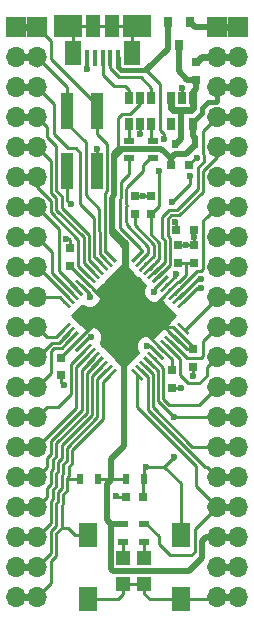
<source format=gtl>
G04 #@! TF.GenerationSoftware,KiCad,Pcbnew,no-vcs-found-91ed3e2~59~ubuntu16.04.1*
G04 #@! TF.CreationDate,2017-10-23T14:28:14-03:00*
G04 #@! TF.ProjectId,ciaa-z3r0,636961612D7A3372302E6B696361645F,rev?*
G04 #@! TF.SameCoordinates,Original*
G04 #@! TF.FileFunction,Copper,L1,Top,Signal*
G04 #@! TF.FilePolarity,Positive*
%FSLAX46Y46*%
G04 Gerber Fmt 4.6, Leading zero omitted, Abs format (unit mm)*
G04 Created by KiCad (PCBNEW no-vcs-found-91ed3e2~59~ubuntu16.04.1) date Mon Oct 23 14:28:14 2017*
%MOMM*%
%LPD*%
G01*
G04 APERTURE LIST*
%ADD10R,0.800000X0.750000*%
%ADD11R,0.750000X0.800000*%
%ADD12R,1.200000X1.200000*%
%ADD13R,0.800000X0.900000*%
%ADD14R,0.600000X0.800000*%
%ADD15O,1.700000X1.700000*%
%ADD16R,1.700000X1.700000*%
%ADD17R,0.450000X1.380000*%
%ADD18R,1.475000X2.100000*%
%ADD19R,2.375000X1.900000*%
%ADD20R,1.175000X1.900000*%
%ADD21R,1.000000X3.150000*%
%ADD22R,0.900000X0.500000*%
%ADD23R,0.500000X0.900000*%
%ADD24R,1.600000X2.000000*%
%ADD25C,0.250000*%
%ADD26C,0.150000*%
%ADD27R,0.650000X1.060000*%
%ADD28C,0.600000*%
%ADD29C,0.500000*%
%ADD30C,0.600000*%
%ADD31C,0.250000*%
%ADD32C,0.254000*%
%ADD33C,0.400000*%
G04 APERTURE END LIST*
D10*
X128528000Y-111555000D03*
X127028000Y-111555000D03*
D11*
X121588000Y-99805000D03*
X121588000Y-101305000D03*
X122318000Y-90525000D03*
X122318000Y-92025000D03*
X130928000Y-100885000D03*
X130928000Y-102385000D03*
X132748000Y-100585000D03*
X132748000Y-99085000D03*
X131468000Y-91785000D03*
X131468000Y-90285000D03*
X127788000Y-86145000D03*
X127788000Y-87645000D03*
X132778000Y-91775000D03*
X132778000Y-90275000D03*
D10*
X132808000Y-88975000D03*
X131308000Y-88975000D03*
X130848000Y-83465000D03*
X132348000Y-83465000D03*
D11*
X132988000Y-76295000D03*
X132988000Y-74795000D03*
X129188000Y-86145000D03*
X129188000Y-87645000D03*
D12*
X126803001Y-116732500D03*
X126803001Y-118932500D03*
D13*
X132468000Y-71345000D03*
X130568000Y-71345000D03*
X131518000Y-73345000D03*
D12*
X128573001Y-118932500D03*
X128573001Y-116732500D03*
D14*
X131208000Y-81715000D03*
X132908000Y-81715000D03*
D15*
X119538000Y-120085000D03*
X119538000Y-117545000D03*
X119538000Y-115005000D03*
X119538000Y-112465000D03*
X119538000Y-109925000D03*
X119538000Y-107385000D03*
X119538000Y-104845000D03*
X119538000Y-102305000D03*
X119538000Y-99765000D03*
X119538000Y-97225000D03*
X119538000Y-94685000D03*
X119538000Y-92145000D03*
X119538000Y-89605000D03*
X119538000Y-87065000D03*
X119538000Y-84525000D03*
X119538000Y-81985000D03*
X119538000Y-79445000D03*
X119538000Y-76905000D03*
X119538000Y-74365000D03*
D16*
X119538000Y-71825000D03*
X134740619Y-71782500D03*
D15*
X134740619Y-74322500D03*
X134740619Y-76862500D03*
X134740619Y-79402500D03*
X134740619Y-81942500D03*
X134740619Y-84482500D03*
X134740619Y-87022500D03*
X134740619Y-89562500D03*
X134740619Y-92102500D03*
X134740619Y-94642500D03*
X134740619Y-97182500D03*
X134740619Y-99722500D03*
X134740619Y-102262500D03*
X134740619Y-104802500D03*
X134740619Y-107342500D03*
X134740619Y-109882500D03*
X134740619Y-112422500D03*
X134740619Y-114962500D03*
X134740619Y-117502500D03*
X134740619Y-120042500D03*
D17*
X126368000Y-74385000D03*
X125718000Y-74385000D03*
X125068000Y-74385000D03*
X124418000Y-74385000D03*
X123768000Y-74385000D03*
D18*
X127530500Y-74025000D03*
X122605500Y-74025000D03*
D19*
X127978000Y-71725000D03*
X122158000Y-71725000D03*
D20*
X125908000Y-71725000D03*
X124228000Y-71725000D03*
D21*
X124628000Y-78940000D03*
X124628000Y-83990000D03*
X122088000Y-78940000D03*
X122088000Y-83990000D03*
D15*
X136538000Y-120035000D03*
X136538000Y-117495000D03*
X136538000Y-114955000D03*
X136538000Y-112415000D03*
X136538000Y-109875000D03*
X136538000Y-107335000D03*
X136538000Y-104795000D03*
X136538000Y-102255000D03*
X136538000Y-99715000D03*
X136538000Y-97175000D03*
X136538000Y-94635000D03*
X136538000Y-92095000D03*
X136538000Y-89555000D03*
X136538000Y-87015000D03*
X136538000Y-84475000D03*
X136538000Y-81935000D03*
X136538000Y-79395000D03*
X136538000Y-76855000D03*
X136538000Y-74315000D03*
D16*
X136538000Y-71775000D03*
X117748000Y-71825000D03*
D15*
X117748000Y-74365000D03*
X117748000Y-76905000D03*
X117748000Y-79445000D03*
X117748000Y-81985000D03*
X117748000Y-84525000D03*
X117748000Y-87065000D03*
X117748000Y-89605000D03*
X117748000Y-92145000D03*
X117748000Y-94685000D03*
X117748000Y-97225000D03*
X117748000Y-99765000D03*
X117748000Y-102305000D03*
X117748000Y-104845000D03*
X117748000Y-107385000D03*
X117748000Y-109925000D03*
X117748000Y-112465000D03*
X117748000Y-115005000D03*
X117748000Y-117545000D03*
X117748000Y-120085000D03*
D22*
X127288000Y-82925000D03*
X127288000Y-81425000D03*
X129318000Y-81415000D03*
X129318000Y-82915000D03*
X126808000Y-115385000D03*
X126808000Y-113885000D03*
D23*
X128548000Y-110035000D03*
X127048000Y-110035000D03*
X124688000Y-110105000D03*
X123188000Y-110105000D03*
D22*
X128588000Y-113875000D03*
X128588000Y-115375000D03*
D24*
X131698000Y-120255000D03*
X131698000Y-114855000D03*
X123818000Y-114805000D03*
X123818000Y-120205000D03*
D25*
X121837542Y-95083629D03*
D26*
G36*
X122385550Y-95454860D02*
X122208773Y-95631637D01*
X121289534Y-94712398D01*
X121466311Y-94535621D01*
X122385550Y-95454860D01*
X122385550Y-95454860D01*
G37*
D25*
X122191095Y-94730076D03*
D26*
G36*
X122739103Y-95101307D02*
X122562326Y-95278084D01*
X121643087Y-94358845D01*
X121819864Y-94182068D01*
X122739103Y-95101307D01*
X122739103Y-95101307D01*
G37*
D25*
X122544649Y-94376522D03*
D26*
G36*
X123092657Y-94747753D02*
X122915880Y-94924530D01*
X121996641Y-94005291D01*
X122173418Y-93828514D01*
X123092657Y-94747753D01*
X123092657Y-94747753D01*
G37*
D25*
X122898202Y-94022969D03*
D26*
G36*
X123446210Y-94394200D02*
X123269433Y-94570977D01*
X122350194Y-93651738D01*
X122526971Y-93474961D01*
X123446210Y-94394200D01*
X123446210Y-94394200D01*
G37*
D25*
X123251755Y-93669416D03*
D26*
G36*
X123799763Y-94040647D02*
X123622986Y-94217424D01*
X122703747Y-93298185D01*
X122880524Y-93121408D01*
X123799763Y-94040647D01*
X123799763Y-94040647D01*
G37*
D25*
X123605309Y-93315862D03*
D26*
G36*
X124153317Y-93687093D02*
X123976540Y-93863870D01*
X123057301Y-92944631D01*
X123234078Y-92767854D01*
X124153317Y-93687093D01*
X124153317Y-93687093D01*
G37*
D25*
X123958862Y-92962309D03*
D26*
G36*
X124506870Y-93333540D02*
X124330093Y-93510317D01*
X123410854Y-92591078D01*
X123587631Y-92414301D01*
X124506870Y-93333540D01*
X124506870Y-93333540D01*
G37*
D25*
X124312416Y-92608755D03*
D26*
G36*
X124860424Y-92979986D02*
X124683647Y-93156763D01*
X123764408Y-92237524D01*
X123941185Y-92060747D01*
X124860424Y-92979986D01*
X124860424Y-92979986D01*
G37*
D25*
X124665969Y-92255202D03*
D26*
G36*
X125213977Y-92626433D02*
X125037200Y-92803210D01*
X124117961Y-91883971D01*
X124294738Y-91707194D01*
X125213977Y-92626433D01*
X125213977Y-92626433D01*
G37*
D25*
X125019522Y-91901649D03*
D26*
G36*
X125567530Y-92272880D02*
X125390753Y-92449657D01*
X124471514Y-91530418D01*
X124648291Y-91353641D01*
X125567530Y-92272880D01*
X125567530Y-92272880D01*
G37*
D25*
X125373076Y-91548095D03*
D26*
G36*
X125921084Y-91919326D02*
X125744307Y-92096103D01*
X124825068Y-91176864D01*
X125001845Y-91000087D01*
X125921084Y-91919326D01*
X125921084Y-91919326D01*
G37*
D25*
X125726629Y-91194542D03*
D26*
G36*
X126274637Y-91565773D02*
X126097860Y-91742550D01*
X125178621Y-90823311D01*
X125355398Y-90646534D01*
X126274637Y-91565773D01*
X126274637Y-91565773D01*
G37*
D25*
X127989371Y-91194542D03*
D26*
G36*
X127618140Y-91742550D02*
X127441363Y-91565773D01*
X128360602Y-90646534D01*
X128537379Y-90823311D01*
X127618140Y-91742550D01*
X127618140Y-91742550D01*
G37*
D25*
X128342924Y-91548095D03*
D26*
G36*
X127971693Y-92096103D02*
X127794916Y-91919326D01*
X128714155Y-91000087D01*
X128890932Y-91176864D01*
X127971693Y-92096103D01*
X127971693Y-92096103D01*
G37*
D25*
X128696478Y-91901649D03*
D26*
G36*
X128325247Y-92449657D02*
X128148470Y-92272880D01*
X129067709Y-91353641D01*
X129244486Y-91530418D01*
X128325247Y-92449657D01*
X128325247Y-92449657D01*
G37*
D25*
X129050031Y-92255202D03*
D26*
G36*
X128678800Y-92803210D02*
X128502023Y-92626433D01*
X129421262Y-91707194D01*
X129598039Y-91883971D01*
X128678800Y-92803210D01*
X128678800Y-92803210D01*
G37*
D25*
X129403584Y-92608755D03*
D26*
G36*
X129032353Y-93156763D02*
X128855576Y-92979986D01*
X129774815Y-92060747D01*
X129951592Y-92237524D01*
X129032353Y-93156763D01*
X129032353Y-93156763D01*
G37*
D25*
X129757138Y-92962309D03*
D26*
G36*
X129385907Y-93510317D02*
X129209130Y-93333540D01*
X130128369Y-92414301D01*
X130305146Y-92591078D01*
X129385907Y-93510317D01*
X129385907Y-93510317D01*
G37*
D25*
X130110691Y-93315862D03*
D26*
G36*
X129739460Y-93863870D02*
X129562683Y-93687093D01*
X130481922Y-92767854D01*
X130658699Y-92944631D01*
X129739460Y-93863870D01*
X129739460Y-93863870D01*
G37*
D25*
X130464245Y-93669416D03*
D26*
G36*
X130093014Y-94217424D02*
X129916237Y-94040647D01*
X130835476Y-93121408D01*
X131012253Y-93298185D01*
X130093014Y-94217424D01*
X130093014Y-94217424D01*
G37*
D25*
X130817798Y-94022969D03*
D26*
G36*
X130446567Y-94570977D02*
X130269790Y-94394200D01*
X131189029Y-93474961D01*
X131365806Y-93651738D01*
X130446567Y-94570977D01*
X130446567Y-94570977D01*
G37*
D25*
X131171351Y-94376522D03*
D26*
G36*
X130800120Y-94924530D02*
X130623343Y-94747753D01*
X131542582Y-93828514D01*
X131719359Y-94005291D01*
X130800120Y-94924530D01*
X130800120Y-94924530D01*
G37*
D25*
X131524905Y-94730076D03*
D26*
G36*
X131153674Y-95278084D02*
X130976897Y-95101307D01*
X131896136Y-94182068D01*
X132072913Y-94358845D01*
X131153674Y-95278084D01*
X131153674Y-95278084D01*
G37*
D25*
X131878458Y-95083629D03*
D26*
G36*
X131507227Y-95631637D02*
X131330450Y-95454860D01*
X132249689Y-94535621D01*
X132426466Y-94712398D01*
X131507227Y-95631637D01*
X131507227Y-95631637D01*
G37*
D25*
X131878458Y-97346371D03*
D26*
G36*
X132426466Y-97717602D02*
X132249689Y-97894379D01*
X131330450Y-96975140D01*
X131507227Y-96798363D01*
X132426466Y-97717602D01*
X132426466Y-97717602D01*
G37*
D25*
X131524905Y-97699924D03*
D26*
G36*
X132072913Y-98071155D02*
X131896136Y-98247932D01*
X130976897Y-97328693D01*
X131153674Y-97151916D01*
X132072913Y-98071155D01*
X132072913Y-98071155D01*
G37*
D25*
X131171351Y-98053478D03*
D26*
G36*
X131719359Y-98424709D02*
X131542582Y-98601486D01*
X130623343Y-97682247D01*
X130800120Y-97505470D01*
X131719359Y-98424709D01*
X131719359Y-98424709D01*
G37*
D25*
X130817798Y-98407031D03*
D26*
G36*
X131365806Y-98778262D02*
X131189029Y-98955039D01*
X130269790Y-98035800D01*
X130446567Y-97859023D01*
X131365806Y-98778262D01*
X131365806Y-98778262D01*
G37*
D25*
X130464245Y-98760584D03*
D26*
G36*
X131012253Y-99131815D02*
X130835476Y-99308592D01*
X129916237Y-98389353D01*
X130093014Y-98212576D01*
X131012253Y-99131815D01*
X131012253Y-99131815D01*
G37*
D25*
X130110691Y-99114138D03*
D26*
G36*
X130658699Y-99485369D02*
X130481922Y-99662146D01*
X129562683Y-98742907D01*
X129739460Y-98566130D01*
X130658699Y-99485369D01*
X130658699Y-99485369D01*
G37*
D25*
X129757138Y-99467691D03*
D26*
G36*
X130305146Y-99838922D02*
X130128369Y-100015699D01*
X129209130Y-99096460D01*
X129385907Y-98919683D01*
X130305146Y-99838922D01*
X130305146Y-99838922D01*
G37*
D25*
X129403584Y-99821245D03*
D26*
G36*
X129951592Y-100192476D02*
X129774815Y-100369253D01*
X128855576Y-99450014D01*
X129032353Y-99273237D01*
X129951592Y-100192476D01*
X129951592Y-100192476D01*
G37*
D25*
X129050031Y-100174798D03*
D26*
G36*
X129598039Y-100546029D02*
X129421262Y-100722806D01*
X128502023Y-99803567D01*
X128678800Y-99626790D01*
X129598039Y-100546029D01*
X129598039Y-100546029D01*
G37*
D25*
X128696478Y-100528351D03*
D26*
G36*
X129244486Y-100899582D02*
X129067709Y-101076359D01*
X128148470Y-100157120D01*
X128325247Y-99980343D01*
X129244486Y-100899582D01*
X129244486Y-100899582D01*
G37*
D25*
X128342924Y-100881905D03*
D26*
G36*
X128890932Y-101253136D02*
X128714155Y-101429913D01*
X127794916Y-100510674D01*
X127971693Y-100333897D01*
X128890932Y-101253136D01*
X128890932Y-101253136D01*
G37*
D25*
X127989371Y-101235458D03*
D26*
G36*
X128537379Y-101606689D02*
X128360602Y-101783466D01*
X127441363Y-100864227D01*
X127618140Y-100687450D01*
X128537379Y-101606689D01*
X128537379Y-101606689D01*
G37*
D25*
X125726629Y-101235458D03*
D26*
G36*
X125355398Y-101783466D02*
X125178621Y-101606689D01*
X126097860Y-100687450D01*
X126274637Y-100864227D01*
X125355398Y-101783466D01*
X125355398Y-101783466D01*
G37*
D25*
X125373076Y-100881905D03*
D26*
G36*
X125001845Y-101429913D02*
X124825068Y-101253136D01*
X125744307Y-100333897D01*
X125921084Y-100510674D01*
X125001845Y-101429913D01*
X125001845Y-101429913D01*
G37*
D25*
X125019522Y-100528351D03*
D26*
G36*
X124648291Y-101076359D02*
X124471514Y-100899582D01*
X125390753Y-99980343D01*
X125567530Y-100157120D01*
X124648291Y-101076359D01*
X124648291Y-101076359D01*
G37*
D25*
X124665969Y-100174798D03*
D26*
G36*
X124294738Y-100722806D02*
X124117961Y-100546029D01*
X125037200Y-99626790D01*
X125213977Y-99803567D01*
X124294738Y-100722806D01*
X124294738Y-100722806D01*
G37*
D25*
X124312416Y-99821245D03*
D26*
G36*
X123941185Y-100369253D02*
X123764408Y-100192476D01*
X124683647Y-99273237D01*
X124860424Y-99450014D01*
X123941185Y-100369253D01*
X123941185Y-100369253D01*
G37*
D25*
X123958862Y-99467691D03*
D26*
G36*
X123587631Y-100015699D02*
X123410854Y-99838922D01*
X124330093Y-98919683D01*
X124506870Y-99096460D01*
X123587631Y-100015699D01*
X123587631Y-100015699D01*
G37*
D25*
X123605309Y-99114138D03*
D26*
G36*
X123234078Y-99662146D02*
X123057301Y-99485369D01*
X123976540Y-98566130D01*
X124153317Y-98742907D01*
X123234078Y-99662146D01*
X123234078Y-99662146D01*
G37*
D25*
X123251755Y-98760584D03*
D26*
G36*
X122880524Y-99308592D02*
X122703747Y-99131815D01*
X123622986Y-98212576D01*
X123799763Y-98389353D01*
X122880524Y-99308592D01*
X122880524Y-99308592D01*
G37*
D25*
X122898202Y-98407031D03*
D26*
G36*
X122526971Y-98955039D02*
X122350194Y-98778262D01*
X123269433Y-97859023D01*
X123446210Y-98035800D01*
X122526971Y-98955039D01*
X122526971Y-98955039D01*
G37*
D25*
X122544649Y-98053478D03*
D26*
G36*
X122173418Y-98601486D02*
X121996641Y-98424709D01*
X122915880Y-97505470D01*
X123092657Y-97682247D01*
X122173418Y-98601486D01*
X122173418Y-98601486D01*
G37*
D25*
X122191095Y-97699924D03*
D26*
G36*
X121819864Y-98247932D02*
X121643087Y-98071155D01*
X122562326Y-97151916D01*
X122739103Y-97328693D01*
X121819864Y-98247932D01*
X121819864Y-98247932D01*
G37*
D25*
X121837542Y-97346371D03*
D26*
G36*
X121466311Y-97894379D02*
X121289534Y-97717602D01*
X122208773Y-96798363D01*
X122385550Y-96975140D01*
X121466311Y-97894379D01*
X121466311Y-97894379D01*
G37*
D27*
X132748000Y-77825000D03*
X131798000Y-77825000D03*
X130848000Y-77825000D03*
X130848000Y-80025000D03*
X132748000Y-80025000D03*
X127288000Y-80005000D03*
X128238000Y-80005000D03*
X129188000Y-80005000D03*
X129188000Y-77805000D03*
X127288000Y-77805000D03*
X128238000Y-77805000D03*
D28*
X126168000Y-111545000D03*
X131788000Y-76945000D03*
X133038000Y-82875000D03*
X121998000Y-89785000D03*
X121762934Y-102085000D03*
X124628000Y-82155000D03*
X132118000Y-90275000D03*
X132808000Y-89555000D03*
X128478000Y-86145000D03*
X123758000Y-75395000D03*
X131273010Y-92751941D03*
X131205828Y-88345008D03*
X133364181Y-93924292D03*
X133398373Y-93125011D03*
X132490597Y-84395000D03*
X130928000Y-86644977D03*
X128778000Y-109035000D03*
X122361359Y-86821641D03*
X130268012Y-81275000D03*
X129868000Y-83975000D03*
X128258000Y-80895000D03*
X124126059Y-98063059D03*
X124126059Y-98063059D03*
X123978000Y-94665000D03*
X128818000Y-98795000D03*
X131668000Y-102345000D03*
X132728000Y-101330000D03*
X129436373Y-94204772D03*
X131088000Y-108235000D03*
X131089090Y-104802500D03*
D29*
X132988000Y-76295000D02*
X132248002Y-76295000D01*
X132248002Y-76295000D02*
X131518000Y-75564998D01*
X131518000Y-75564998D02*
X131518000Y-73345000D01*
X132748000Y-77275000D02*
X132988000Y-77035000D01*
X132988000Y-77035000D02*
X132988000Y-76775000D01*
X132748000Y-77825000D02*
X132748000Y-77275000D01*
X132988000Y-76295000D02*
X132988000Y-76775000D01*
D30*
X132523001Y-78855001D02*
X131718000Y-78855001D01*
X131718000Y-78855001D02*
X131072999Y-78855001D01*
D29*
X131248000Y-81715000D02*
X131718000Y-81245000D01*
X131718000Y-81245000D02*
X131718000Y-78855001D01*
X131208000Y-81715000D02*
X131248000Y-81715000D01*
D30*
X132748000Y-77825000D02*
X132748000Y-78630002D01*
X132748000Y-78630002D02*
X132523001Y-78855001D01*
X130859474Y-78641476D02*
X130859474Y-77836474D01*
X131072999Y-78855001D02*
X130859474Y-78641476D01*
X130859474Y-77836474D02*
X130848000Y-77825000D01*
D31*
X126178000Y-111555000D02*
X126168000Y-111545000D01*
X127028000Y-111555000D02*
X126178000Y-111555000D01*
D30*
X134740619Y-74322500D02*
X133460500Y-74322500D01*
X133460500Y-74322500D02*
X132988000Y-74795000D01*
D31*
X131798000Y-77825000D02*
X131798000Y-76955000D01*
X131798000Y-76955000D02*
X131788000Y-76945000D01*
X133003000Y-82840000D02*
X133038000Y-82875000D01*
X132373000Y-83465000D02*
X132998000Y-82840000D01*
X132998000Y-82840000D02*
X133003000Y-82840000D01*
X132348000Y-83465000D02*
X132373000Y-83465000D01*
X122318000Y-89875000D02*
X122228000Y-89785000D01*
X122318000Y-90525000D02*
X122318000Y-89875000D01*
X122228000Y-89785000D02*
X121998000Y-89785000D01*
X121588000Y-101305000D02*
X121588000Y-101910066D01*
X121588000Y-101910066D02*
X121762934Y-102085000D01*
X124608000Y-84110000D02*
X124608000Y-82175000D01*
X124608000Y-82175000D02*
X124628000Y-82155000D01*
D30*
X134740619Y-74322500D02*
X136530500Y-74322500D01*
X136530500Y-74322500D02*
X136538000Y-74315000D01*
D31*
X132118000Y-90275000D02*
X131478000Y-90275000D01*
X132778000Y-90275000D02*
X132118000Y-90275000D01*
X132808000Y-89555000D02*
X132808000Y-90245000D01*
X132808000Y-88975000D02*
X132808000Y-89555000D01*
X128478000Y-86145000D02*
X129188000Y-86145000D01*
X127788000Y-86145000D02*
X128478000Y-86145000D01*
X131478000Y-90275000D02*
X131468000Y-90285000D01*
X132808000Y-90245000D02*
X132778000Y-90275000D01*
X123768000Y-74385000D02*
X123768000Y-75385000D01*
X123768000Y-75385000D02*
X123758000Y-75395000D01*
D29*
X125417998Y-113539998D02*
X125753000Y-113875000D01*
X125417998Y-110460002D02*
X125417998Y-113539998D01*
X125753000Y-110125000D02*
X125417998Y-110460002D01*
D31*
X127048000Y-110035000D02*
X125843000Y-110035000D01*
X125843000Y-110035000D02*
X125753000Y-110125000D01*
D29*
X125753000Y-108390000D02*
X125753000Y-110125000D01*
D31*
X124688000Y-110105000D02*
X125733000Y-110105000D01*
X125733000Y-110105000D02*
X125753000Y-110125000D01*
D29*
X132908000Y-81145000D02*
X132838000Y-81145000D01*
X132838000Y-81145000D02*
X132748000Y-81055000D01*
X132748000Y-81055000D02*
X132748000Y-80025000D01*
X132908000Y-81715000D02*
X132908000Y-81145000D01*
X132128000Y-82595000D02*
X131187998Y-82595000D01*
X131187998Y-82595000D02*
X130848000Y-82934998D01*
X132908000Y-81715000D02*
X132908000Y-81815000D01*
X132908000Y-81815000D02*
X132128000Y-82595000D01*
X126348011Y-82204989D02*
X126427999Y-82125001D01*
X126427999Y-82125001D02*
X130038003Y-82125001D01*
X130038003Y-82125001D02*
X130848000Y-82934998D01*
X130848000Y-82934998D02*
X130848000Y-83465000D01*
D30*
X134740619Y-114962500D02*
X136530500Y-114962500D01*
X136530500Y-114962500D02*
X136538000Y-114955000D01*
D29*
X132398000Y-117855000D02*
X133468000Y-116785000D01*
X133468000Y-116785000D02*
X133468000Y-115315000D01*
X125753000Y-113875000D02*
X125753000Y-117692501D01*
X125753000Y-117692501D02*
X125915499Y-117855000D01*
X133468000Y-115315000D02*
X133820500Y-114962500D01*
X125915499Y-117855000D02*
X132398000Y-117855000D01*
X133820500Y-114962500D02*
X134740619Y-114962500D01*
X126868000Y-107215000D02*
X126868000Y-107275000D01*
X126868000Y-107275000D02*
X125753000Y-108390000D01*
X126868000Y-96605000D02*
X126868000Y-107215000D01*
X125763000Y-113885000D02*
X125753000Y-113875000D01*
X126808000Y-113885000D02*
X125763000Y-113885000D01*
D31*
X122898202Y-98407031D02*
X121588000Y-99717233D01*
X121588000Y-99717233D02*
X121588000Y-99805000D01*
D29*
X125850989Y-89277989D02*
X126991353Y-90418353D01*
X125850989Y-86240201D02*
X125850989Y-89277989D01*
X126348011Y-82204989D02*
X126028012Y-82524988D01*
D32*
X125973989Y-82950409D02*
X126736399Y-82187999D01*
D29*
X126991353Y-96001647D02*
X126868000Y-96125000D01*
D32*
X127114353Y-93711353D02*
X127114353Y-90043421D01*
X129575767Y-95265000D02*
X128668000Y-95265000D01*
D29*
X126991353Y-90418353D02*
X126991353Y-96001647D01*
D32*
X130817798Y-94022969D02*
X129575767Y-95265000D01*
X125973989Y-88903057D02*
X125973989Y-82950409D01*
D29*
X126028012Y-82524988D02*
X126028012Y-86063178D01*
D32*
X128668000Y-95265000D02*
X127114353Y-93711353D01*
D29*
X126028012Y-86063178D02*
X125850989Y-86240201D01*
D32*
X127114353Y-90043421D02*
X125973989Y-88903057D01*
D31*
X128238000Y-77805000D02*
X128238000Y-78295002D01*
X128238000Y-78295002D02*
X127383003Y-79149999D01*
X127383003Y-79149999D02*
X126702999Y-79149999D01*
X126702999Y-79149999D02*
X126348011Y-79504987D01*
X126348011Y-79504987D02*
X126348011Y-82204989D01*
D30*
X134740619Y-76862500D02*
X136530500Y-76862500D01*
X136530500Y-76862500D02*
X136538000Y-76855000D01*
D33*
X132748000Y-79820000D02*
X133473000Y-79095000D01*
X133473000Y-79095000D02*
X133473000Y-78680000D01*
X133473000Y-78680000D02*
X134000501Y-78152499D01*
X134000501Y-78152499D02*
X134652701Y-78152499D01*
X134652701Y-78152499D02*
X134740619Y-78064581D01*
X134740619Y-78064581D02*
X134740619Y-76862500D01*
D32*
X132778000Y-91775000D02*
X132128000Y-91775000D01*
X132128000Y-91775000D02*
X131918000Y-91775000D01*
D31*
X130817798Y-94022969D02*
X131444584Y-93396183D01*
X131444584Y-93396183D02*
X131553773Y-93396183D01*
X131553773Y-93396183D02*
X132128000Y-92821956D01*
X132128000Y-92821956D02*
X132128000Y-91775000D01*
D32*
X131918000Y-91775000D02*
X131908000Y-91785000D01*
X131908000Y-91785000D02*
X131468000Y-91785000D01*
D33*
X126868000Y-95835000D02*
X126868000Y-96125000D01*
X126868000Y-96125000D02*
X126868000Y-96605000D01*
X126868000Y-95065000D02*
X126868000Y-95475000D01*
X126868000Y-95475000D02*
X126868000Y-95835000D01*
D31*
X130464245Y-93669416D02*
X131273010Y-92860651D01*
X131273010Y-92860651D02*
X131273010Y-92751941D01*
X131308000Y-88350000D02*
X131303008Y-88345008D01*
X131308000Y-88975000D02*
X131308000Y-88350000D01*
X131303008Y-88345008D02*
X131205828Y-88345008D01*
X134740619Y-94760987D02*
X134740619Y-94642500D01*
X131878458Y-97346371D02*
X132155235Y-97346371D01*
X132155235Y-97346371D02*
X134740619Y-94760987D01*
X131878458Y-95083629D02*
X133037795Y-93924292D01*
X133037795Y-93924292D02*
X133342681Y-93924292D01*
X133342681Y-93924292D02*
X133364181Y-93924292D01*
X131524905Y-94730076D02*
X133129970Y-93125011D01*
X133129970Y-93125011D02*
X133398373Y-93125011D01*
X133565618Y-88998499D02*
X133578000Y-88986117D01*
X133578000Y-88185119D02*
X133890620Y-87872499D01*
X133578000Y-88986117D02*
X133578000Y-88185119D01*
X133565618Y-92305996D02*
X133565618Y-88998499D01*
X133371613Y-92500001D02*
X133565618Y-92305996D01*
X133092655Y-92500001D02*
X133371613Y-92500001D01*
X131171351Y-94376522D02*
X131701680Y-93846193D01*
X131701680Y-93846193D02*
X131746463Y-93846193D01*
X133890620Y-87872499D02*
X134740619Y-87022500D01*
X131746463Y-93846193D02*
X133092655Y-92500001D01*
X132490597Y-84819264D02*
X132490597Y-84395000D01*
X130928000Y-86644977D02*
X132490597Y-85082380D01*
X132490597Y-85082380D02*
X132490597Y-84819264D01*
X131576920Y-87719998D02*
X133565618Y-85731300D01*
X130572999Y-89481516D02*
X130572999Y-88044999D01*
X130767999Y-89676516D02*
X130572999Y-89481516D01*
X133565618Y-85731300D02*
X133565618Y-83988797D01*
X130897998Y-87719998D02*
X131576920Y-87719998D01*
X130572999Y-88044999D02*
X130897998Y-87719998D01*
X133565618Y-83988797D02*
X134740619Y-82813796D01*
X130767999Y-91951448D02*
X130767999Y-89676516D01*
X134740619Y-82813796D02*
X134740619Y-81942500D01*
X129757138Y-92962309D02*
X130767999Y-91951448D01*
X133890620Y-80252499D02*
X134740619Y-79402500D01*
X133565618Y-80577501D02*
X133890620Y-80252499D01*
X133565618Y-82517614D02*
X133565618Y-80577501D01*
X133663002Y-82614998D02*
X133565618Y-82517614D01*
X133663002Y-83184705D02*
X133663002Y-82614998D01*
X133115607Y-83732099D02*
X133663002Y-83184705D01*
X131390520Y-87269987D02*
X133115607Y-85544900D01*
X129403584Y-92608755D02*
X130317986Y-91694353D01*
X130711598Y-87269987D02*
X131390520Y-87269987D01*
X130122988Y-87858597D02*
X130711598Y-87269987D01*
X130317986Y-89862923D02*
X130122988Y-89667925D01*
X133115607Y-85544900D02*
X133115607Y-83732099D01*
X130317986Y-91694353D02*
X130317986Y-89862923D01*
X130122988Y-89667925D02*
X130122988Y-87858597D01*
X124628000Y-78940000D02*
X124628000Y-78420002D01*
X124628000Y-78420002D02*
X120713001Y-74505003D01*
X120713001Y-74505003D02*
X120713001Y-73000001D01*
X120713001Y-73000001D02*
X119538000Y-71825000D01*
X125453002Y-81700002D02*
X124628000Y-80875000D01*
X124628000Y-80875000D02*
X124628000Y-78940000D01*
X125268055Y-88932999D02*
X125270001Y-88932999D01*
X125270001Y-88932999D02*
X125275979Y-88927021D01*
X125275979Y-88927021D02*
X125275979Y-85890001D01*
X125275979Y-85890001D02*
X125453002Y-85712978D01*
X125453002Y-85712978D02*
X125453002Y-81700002D01*
X125726629Y-91194542D02*
X125707542Y-91194542D01*
X125707542Y-91194542D02*
X125268055Y-90755055D01*
X125268055Y-90755055D02*
X125268055Y-88932999D01*
X125268055Y-88932999D02*
X125257999Y-88922943D01*
X119538000Y-72445000D02*
X119538000Y-71825000D01*
X122088000Y-78940000D02*
X122088000Y-76915000D01*
X122088000Y-76915000D02*
X119538000Y-74365000D01*
X124818045Y-89119399D02*
X124807987Y-89109341D01*
X124807987Y-89109341D02*
X124807987Y-87184987D01*
X124807987Y-87184987D02*
X123637999Y-86014999D01*
X123637999Y-86014999D02*
X123637999Y-81564999D01*
X123637999Y-81564999D02*
X122088000Y-80015000D01*
X122088000Y-80015000D02*
X122088000Y-78940000D01*
X119538000Y-75075000D02*
X119538000Y-74365000D01*
X119538000Y-76905000D02*
X120948000Y-78315000D01*
X120948000Y-78315000D02*
X120948000Y-80875000D01*
X123187989Y-86819267D02*
X124357977Y-87989255D01*
X120948000Y-80875000D02*
X122161599Y-82088599D01*
X122161599Y-82088599D02*
X122821599Y-82088599D01*
X124357977Y-89295742D02*
X124368034Y-89305799D01*
X122821599Y-82088599D02*
X123187989Y-82454989D01*
X124368034Y-89305799D02*
X124368034Y-91250161D01*
X123187989Y-82454989D02*
X123187989Y-86819267D01*
X124357977Y-87989255D02*
X124357977Y-89295742D01*
X124368034Y-91250161D02*
X124489193Y-91371320D01*
X124489193Y-91371320D02*
X125019522Y-91901649D01*
X123918023Y-89398613D02*
X121613023Y-87093613D01*
X120387999Y-81095997D02*
X120387999Y-80294999D01*
X120387999Y-80294999D02*
X119538000Y-79445000D01*
X121613023Y-87093613D02*
X121613023Y-86128199D01*
X121163012Y-81871010D02*
X120387999Y-81095997D01*
X124665969Y-92255202D02*
X123918023Y-91507256D01*
X121163012Y-85678188D02*
X121163012Y-81871010D01*
X123918023Y-91507256D02*
X123918023Y-89398613D01*
X121613023Y-86128199D02*
X121163012Y-85678188D01*
X120387999Y-82834999D02*
X119538000Y-81985000D01*
X120713001Y-83160001D02*
X120387999Y-82834999D01*
X120713001Y-85864588D02*
X120713001Y-83160001D01*
X121163012Y-87280012D02*
X121163012Y-86314599D01*
X124312416Y-92608755D02*
X123468012Y-91764351D01*
X123468012Y-91764351D02*
X123468012Y-89585012D01*
X121163012Y-86314599D02*
X120713001Y-85864588D01*
X123468012Y-89585012D02*
X121163012Y-87280012D01*
X120713001Y-86501000D02*
X119538000Y-85325998D01*
X120713001Y-87504997D02*
X120713001Y-86501000D01*
X123018001Y-92021448D02*
X123018001Y-89809997D01*
X119538000Y-85325998D02*
X119538000Y-84525000D01*
X123958862Y-92962309D02*
X123018001Y-92021448D01*
X123018001Y-89809997D02*
X120713001Y-87504997D01*
X121362998Y-88889998D02*
X120387999Y-87914999D01*
X120387999Y-87914999D02*
X119538000Y-87065000D01*
X122898202Y-94022969D02*
X121362998Y-92487765D01*
X121362998Y-92487765D02*
X121362998Y-88889998D01*
X122544649Y-94376522D02*
X120778000Y-92609873D01*
X120778000Y-92609873D02*
X120778000Y-90845000D01*
X120778000Y-90845000D02*
X120387999Y-90454999D01*
X120387999Y-90454999D02*
X119538000Y-89605000D01*
X123818000Y-114805000D02*
X122768000Y-114805000D01*
X122768000Y-114805000D02*
X122165801Y-114202801D01*
X122165801Y-114202801D02*
X121613019Y-114202801D01*
X122063029Y-109945611D02*
X122063029Y-110175000D01*
X123188000Y-110105000D02*
X122133029Y-110105000D01*
X122063029Y-110175000D02*
X122063029Y-111048203D01*
X122133029Y-110105000D02*
X122063029Y-110175000D01*
X133890620Y-113272499D02*
X134740619Y-112422500D01*
X132578000Y-116545000D02*
X132892989Y-116230011D01*
X130778000Y-116545000D02*
X132578000Y-116545000D01*
X129808000Y-115575000D02*
X130778000Y-116545000D01*
X129808000Y-114895000D02*
X129808000Y-115575000D01*
X132892989Y-114270130D02*
X133890620Y-113272499D01*
X128788000Y-113875000D02*
X129808000Y-114895000D01*
X128588000Y-113875000D02*
X128788000Y-113875000D01*
X132892989Y-116230011D02*
X132892989Y-114270130D01*
X127530500Y-74025000D02*
X127530500Y-72172500D01*
X127530500Y-72172500D02*
X127978000Y-71725000D01*
X125908000Y-71725000D02*
X127978000Y-71725000D01*
X124228000Y-71725000D02*
X125908000Y-71725000D01*
X122158000Y-71725000D02*
X124228000Y-71725000D01*
X122605500Y-74025000D02*
X122605500Y-72172500D01*
X122605500Y-72172500D02*
X122158000Y-71725000D01*
D32*
X127288000Y-84224999D02*
X127288000Y-83429000D01*
X126605023Y-86302183D02*
X126605023Y-84907976D01*
X126508000Y-88795000D02*
X126508000Y-86399206D01*
X127288000Y-83429000D02*
X127288000Y-82925000D01*
X126605023Y-84907976D02*
X127288000Y-84224999D01*
X126508000Y-86399206D02*
X126605023Y-86302183D01*
X128118000Y-90405000D02*
X126508000Y-88795000D01*
D31*
X127989371Y-91194542D02*
X127989371Y-91183629D01*
X127989371Y-91183629D02*
X128443000Y-90730000D01*
X128443000Y-90730000D02*
X128118000Y-90405000D01*
D32*
X128342924Y-91548095D02*
X128948000Y-90943019D01*
X128948000Y-90943019D02*
X128948000Y-90405000D01*
X127138000Y-86858602D02*
X127085999Y-86806601D01*
X127138000Y-85431398D02*
X127138000Y-85385000D01*
X128531990Y-83991010D02*
X128531990Y-83501010D01*
X128948000Y-90405000D02*
X127138000Y-88595000D01*
X127138000Y-88595000D02*
X127138000Y-88358602D01*
X127138000Y-86931398D02*
X127138000Y-86858602D01*
X127138000Y-88358602D02*
X127085999Y-88306601D01*
X127085999Y-88306601D02*
X127085999Y-86983399D01*
X127085999Y-86983399D02*
X127138000Y-86931398D01*
X127085999Y-86806601D02*
X127085999Y-85483399D01*
X129118000Y-82915000D02*
X129318000Y-82915000D01*
X127085999Y-85483399D02*
X127138000Y-85431398D01*
X127138000Y-85385000D02*
X128531990Y-83991010D01*
X128531990Y-83501010D02*
X129118000Y-82915000D01*
D31*
X128528000Y-111555000D02*
X128528000Y-110055000D01*
X128528000Y-110055000D02*
X128548000Y-110035000D01*
X131698000Y-114855000D02*
X131698000Y-110445000D01*
X131698000Y-110445000D02*
X130288000Y-109035000D01*
X128778000Y-109035000D02*
X130288000Y-109035000D01*
X130288000Y-109035000D02*
X131088000Y-108235000D01*
X128548000Y-110035000D02*
X128548000Y-109265000D01*
X128548000Y-109265000D02*
X128778000Y-109035000D01*
X122088000Y-86548282D02*
X122361359Y-86821641D01*
X122088000Y-83990000D02*
X122088000Y-86548282D01*
X127288000Y-77805000D02*
X127288000Y-77115000D01*
X127288000Y-77115000D02*
X126988000Y-76815000D01*
X126988000Y-76815000D02*
X126058000Y-76815000D01*
X126058000Y-76815000D02*
X125068000Y-75825000D01*
X125068000Y-75825000D02*
X125068000Y-75325000D01*
X125068000Y-75325000D02*
X125068000Y-74385000D01*
X125718000Y-74385000D02*
X125718000Y-75315000D01*
X125718000Y-75315000D02*
X126468000Y-76065000D01*
X126468000Y-76065000D02*
X128298000Y-76065000D01*
X128298000Y-76065000D02*
X129188000Y-76955000D01*
X129188000Y-76955000D02*
X129188000Y-77805000D01*
D29*
X128777999Y-75475001D02*
X130568000Y-73685000D01*
X130568000Y-73685000D02*
X130568000Y-71345000D01*
D31*
X129580360Y-91724873D02*
X129050031Y-92255202D01*
X129867977Y-91437256D02*
X129580360Y-91724873D01*
X129188000Y-89369350D02*
X129867977Y-90049328D01*
X129188000Y-87645000D02*
X129188000Y-89369350D01*
X129867977Y-90049328D02*
X129867977Y-91437256D01*
X130268012Y-80850736D02*
X130268012Y-81275000D01*
X129922994Y-80505718D02*
X130268012Y-80850736D01*
X129922994Y-76619996D02*
X129922994Y-80505718D01*
X128777999Y-75475001D02*
X129922994Y-76619996D01*
X129188000Y-87645000D02*
X129188000Y-87620000D01*
X129188000Y-87620000D02*
X129888001Y-86919999D01*
X129888001Y-86919999D02*
X129888001Y-84419265D01*
X129888001Y-84419265D02*
X129868000Y-84399264D01*
X129868000Y-84399264D02*
X129868000Y-83975000D01*
D33*
X126620477Y-75475001D02*
X128777999Y-75475001D01*
X126368000Y-75222524D02*
X126620477Y-75475001D01*
X126368000Y-74385000D02*
X126368000Y-75222524D01*
D29*
X134740619Y-71782500D02*
X132905500Y-71782500D01*
X132905500Y-71782500D02*
X132468000Y-71345000D01*
D30*
X134740619Y-71782500D02*
X136530500Y-71782500D01*
X136530500Y-71782500D02*
X136538000Y-71775000D01*
X134748119Y-71775000D02*
X134740619Y-71782500D01*
D29*
X134740619Y-72109883D02*
X134740619Y-71782500D01*
D33*
X132748000Y-77825000D02*
X132748000Y-77620000D01*
D31*
X126803001Y-118932500D02*
X128573001Y-118932500D01*
X131698000Y-120255000D02*
X134528119Y-120255000D01*
X134528119Y-120255000D02*
X134740619Y-120042500D01*
X128573001Y-118932500D02*
X128573001Y-119782500D01*
X128573001Y-119782500D02*
X129045501Y-120255000D01*
X129045501Y-120255000D02*
X130648000Y-120255000D01*
X130648000Y-120255000D02*
X131698000Y-120255000D01*
X123818000Y-120205000D02*
X126380501Y-120205000D01*
X126380501Y-120205000D02*
X126803001Y-119782500D01*
X126803001Y-119782500D02*
X126803001Y-118932500D01*
D30*
X134740619Y-120042500D02*
X136530500Y-120042500D01*
X136530500Y-120042500D02*
X136538000Y-120035000D01*
X136538000Y-117495000D02*
X134748119Y-117495000D01*
X134748119Y-117495000D02*
X134740619Y-117502500D01*
X134748119Y-74315000D02*
X134740619Y-74322500D01*
D31*
X128238000Y-80005000D02*
X128238000Y-80875000D01*
X128238000Y-80875000D02*
X128258000Y-80895000D01*
D30*
X132748000Y-79820000D02*
X132748000Y-80025000D01*
D31*
X129050031Y-92255202D02*
X129057798Y-92255202D01*
X129050031Y-92255202D02*
X129215942Y-92089291D01*
X124818045Y-89119399D02*
X124807989Y-89109343D01*
X125373076Y-91548095D02*
X124818045Y-90993064D01*
X124818045Y-90993064D02*
X124818045Y-89119399D01*
X120387999Y-106535001D02*
X119538000Y-107385000D01*
X122837945Y-100588608D02*
X122837945Y-104085055D01*
X122837945Y-104085055D02*
X120387999Y-106535001D01*
X123958862Y-99467691D02*
X122837945Y-100588608D01*
X124312416Y-99821245D02*
X123287956Y-100845705D01*
X120713001Y-107949001D02*
X120387999Y-108274003D01*
X123287956Y-100845705D02*
X123287954Y-104271456D01*
X123287954Y-104271456D02*
X120713001Y-106846409D01*
X120713001Y-106846409D02*
X120713001Y-107949001D01*
X120387999Y-108274003D02*
X120387999Y-109075001D01*
X120387999Y-109075001D02*
X119538000Y-109925000D01*
X124665969Y-100174798D02*
X123738000Y-101102767D01*
X120838008Y-109261402D02*
X120713001Y-109386409D01*
X120387999Y-110814003D02*
X120387999Y-111615001D01*
X123738000Y-101102767D02*
X123738000Y-104435000D01*
X123738000Y-104435000D02*
X123737964Y-104435036D01*
X123737964Y-104435036D02*
X123737963Y-104457857D01*
X123737963Y-104457857D02*
X121163011Y-107032809D01*
X120713001Y-110489001D02*
X120387999Y-110814003D01*
X121163011Y-107032809D02*
X121163010Y-108135402D01*
X121163010Y-108135402D02*
X120838009Y-108460403D01*
X120838009Y-108460403D02*
X120838008Y-109261402D01*
X120713001Y-109386409D02*
X120713001Y-110489001D01*
X120387999Y-111615001D02*
X119538000Y-112465000D01*
X125019522Y-100528351D02*
X124188010Y-101359863D01*
X124188010Y-101359863D02*
X124188009Y-104621401D01*
X121288018Y-108646804D02*
X121288017Y-109447803D01*
X120838009Y-111000403D02*
X120838008Y-111801402D01*
X124188009Y-104621401D02*
X124187972Y-104621438D01*
X120713001Y-111926409D02*
X120713001Y-113829999D01*
X124187972Y-104621438D02*
X124187972Y-104644258D01*
X124187972Y-104644258D02*
X121613020Y-107219210D01*
X121613020Y-107219210D02*
X121613019Y-108321803D01*
X121613019Y-108321803D02*
X121288018Y-108646804D01*
X120838008Y-111801402D02*
X120713001Y-111926409D01*
X121288017Y-109447803D02*
X121163011Y-109572809D01*
X121163011Y-109572809D02*
X121163010Y-110675402D01*
X121163010Y-110675402D02*
X120838009Y-111000403D01*
X120713001Y-113829999D02*
X119538000Y-115005000D01*
X125373076Y-100881905D02*
X124638020Y-101616961D01*
X121613019Y-110861803D02*
X121288018Y-111186804D01*
X124637982Y-104807838D02*
X124637981Y-104830659D01*
X124638020Y-101616961D02*
X124638018Y-104807802D01*
X120713001Y-116369999D02*
X119538000Y-117545000D01*
X121163011Y-112112809D02*
X121163010Y-114016400D01*
X124638018Y-104807802D02*
X124637982Y-104807838D01*
X124637981Y-104830659D02*
X122063029Y-107405611D01*
X121613020Y-109759210D02*
X121613019Y-110861803D01*
X121163010Y-114016400D02*
X120713001Y-114466409D01*
X122063029Y-107405611D02*
X122063028Y-108508204D01*
X122063028Y-108508204D02*
X121738027Y-108833205D01*
X121738027Y-108833205D02*
X121738026Y-109634204D01*
X121288017Y-111987803D02*
X121163011Y-112112809D01*
X121738026Y-109634204D02*
X121613020Y-109759210D01*
X121288018Y-111186804D02*
X121288017Y-111987803D01*
X120713001Y-114466409D02*
X120713001Y-116369999D01*
X122063029Y-111048203D02*
X121738027Y-111373205D01*
X125726629Y-101235458D02*
X125088030Y-101874057D01*
X121613020Y-112299210D02*
X121613019Y-114202801D01*
X125088030Y-101874057D02*
X125088030Y-104754970D01*
X125088030Y-104754970D02*
X125088028Y-104754972D01*
X125088028Y-104754972D02*
X125088027Y-104994203D01*
X125088027Y-104994203D02*
X125087990Y-104994240D01*
X121738026Y-112174204D02*
X121613020Y-112299210D01*
X122513038Y-107592012D02*
X122513037Y-108694605D01*
X125087990Y-104994240D02*
X125087990Y-105017060D01*
X125087990Y-105017060D02*
X122513038Y-107592012D01*
X122513037Y-108694605D02*
X122188036Y-109019606D01*
X122188036Y-109019606D02*
X122188035Y-109820605D01*
X122188035Y-109820605D02*
X122063029Y-109945611D01*
X121738027Y-111373205D02*
X121738026Y-112174204D01*
X121613019Y-114202801D02*
X121163011Y-114652809D01*
X121163010Y-116556400D02*
X120713001Y-117006409D01*
X121163011Y-114652809D02*
X121163010Y-116556400D01*
X120713001Y-117006409D02*
X120713001Y-118909999D01*
X120713001Y-118909999D02*
X119538000Y-120085000D01*
D30*
X119538000Y-120085000D02*
X117748000Y-120085000D01*
X117748000Y-117545000D02*
X119538000Y-117545000D01*
X119538000Y-115005000D02*
X117748000Y-115005000D01*
D31*
X123251755Y-98760584D02*
X123949280Y-98063059D01*
X123949280Y-98063059D02*
X124126059Y-98063059D01*
X123251755Y-93669416D02*
X123978000Y-94395661D01*
X123978000Y-94395661D02*
X123978000Y-94665000D01*
X132498000Y-90285000D02*
X132508000Y-90275000D01*
X129084447Y-98795000D02*
X128818000Y-98795000D01*
X129757138Y-99467691D02*
X129084447Y-98795000D01*
X130928000Y-102385000D02*
X131628000Y-102385000D01*
X131628000Y-102385000D02*
X131668000Y-102345000D01*
X132748000Y-100585000D02*
X132748000Y-101310000D01*
X132748000Y-101310000D02*
X132728000Y-101330000D01*
X123605309Y-93315862D02*
X123605309Y-93312309D01*
X123605309Y-93312309D02*
X122318000Y-92025000D01*
X122898202Y-98407031D02*
X124790233Y-96515000D01*
X124790233Y-96515000D02*
X126778000Y-96515000D01*
X126778000Y-96515000D02*
X126868000Y-96605000D01*
X123605309Y-93315862D02*
X124135638Y-93846191D01*
X124135638Y-93872638D02*
X126868000Y-96605000D01*
X124135638Y-93846191D02*
X124135638Y-93872638D01*
X132498000Y-91785000D02*
X132508000Y-91775000D01*
X127788000Y-88605760D02*
X127788000Y-88295000D01*
X127788000Y-88295000D02*
X127788000Y-87645000D01*
X129417966Y-91180161D02*
X129417966Y-90235727D01*
X128696478Y-91901649D02*
X129417966Y-91180161D01*
X129417966Y-90235727D02*
X127788000Y-88605760D01*
X128696478Y-91901649D02*
X128681351Y-91901649D01*
X128681351Y-91901649D02*
X128248000Y-92335000D01*
X129050031Y-92255202D02*
X129047798Y-92255202D01*
D33*
X126868000Y-94665000D02*
X126868000Y-95065000D01*
D31*
X130218000Y-97100127D02*
X128978000Y-95860127D01*
X130284829Y-94553298D02*
X128978000Y-95860127D01*
X128978000Y-95860127D02*
X128178000Y-95060127D01*
X130817798Y-94022969D02*
X130287469Y-94553298D01*
X130287469Y-94553298D02*
X130284829Y-94553298D01*
X131171351Y-98053478D02*
X130218000Y-97100127D01*
X130287468Y-97169595D02*
X130218000Y-97100127D01*
X131524905Y-97699924D02*
X130994576Y-97169595D01*
X130994576Y-97169595D02*
X130287468Y-97169595D01*
X128178000Y-95060127D02*
X126872873Y-95060127D01*
X126872873Y-95060127D02*
X126868000Y-95065000D01*
X130110691Y-99114138D02*
X126868000Y-95871447D01*
X126868000Y-95871447D02*
X126868000Y-95835000D01*
X130928000Y-100885000D02*
X130928000Y-99931447D01*
X130928000Y-99931447D02*
X130110691Y-99114138D01*
X132748000Y-99085000D02*
X132202873Y-99085000D01*
X132202873Y-99085000D02*
X131171351Y-98053478D01*
X132748000Y-99085000D02*
X132748000Y-98923019D01*
X132748000Y-98923019D02*
X131524905Y-97699924D01*
D30*
X134740619Y-94642500D02*
X136530500Y-94642500D01*
X136530500Y-94642500D02*
X136538000Y-94635000D01*
X136538000Y-92095000D02*
X134748119Y-92095000D01*
X134748119Y-92095000D02*
X134740619Y-92102500D01*
X134740619Y-89562500D02*
X136530500Y-89562500D01*
X136530500Y-89562500D02*
X136538000Y-89555000D01*
X136538000Y-87015000D02*
X134748119Y-87015000D01*
X134748119Y-87015000D02*
X134740619Y-87022500D01*
X134740619Y-84482500D02*
X136530500Y-84482500D01*
X136530500Y-84482500D02*
X136538000Y-84475000D01*
D31*
X130110691Y-93315862D02*
X129436373Y-93990180D01*
X129436373Y-93990180D02*
X129436373Y-94204772D01*
D30*
X136538000Y-81935000D02*
X134748119Y-81935000D01*
X134748119Y-81935000D02*
X134740619Y-81942500D01*
X136538000Y-79395000D02*
X134748119Y-79395000D01*
X134748119Y-79395000D02*
X134740619Y-79402500D01*
X119538000Y-71825000D02*
X117748000Y-71825000D01*
X117748000Y-74365000D02*
X119538000Y-74365000D01*
X119538000Y-76905000D02*
X117748000Y-76905000D01*
X117748000Y-79445000D02*
X119538000Y-79445000D01*
X117748000Y-81985000D02*
X119538000Y-81985000D01*
X119538000Y-84525000D02*
X117748000Y-84525000D01*
X117748000Y-87065000D02*
X119538000Y-87065000D01*
X119538000Y-89605000D02*
X117748000Y-89605000D01*
X117748000Y-92145000D02*
X119538000Y-92145000D01*
D31*
X122191095Y-94730076D02*
X119606019Y-92145000D01*
X119606019Y-92145000D02*
X119538000Y-92145000D01*
D30*
X119538000Y-94685000D02*
X117748000Y-94685000D01*
D31*
X119538000Y-94685000D02*
X121438913Y-94685000D01*
X121438913Y-94685000D02*
X121837542Y-95083629D01*
D30*
X117748000Y-97225000D02*
X119538000Y-97225000D01*
D31*
X119538000Y-97225000D02*
X120387999Y-98074999D01*
X120387999Y-98074999D02*
X120615179Y-98074999D01*
X120615179Y-98074999D02*
X120620199Y-98069979D01*
X120620199Y-98069979D02*
X121113934Y-98069979D01*
X121113934Y-98069979D02*
X121308913Y-97875000D01*
X121308913Y-97875000D02*
X121837542Y-97346371D01*
D30*
X119538000Y-99765000D02*
X117748000Y-99765000D01*
D31*
X122191095Y-97699924D02*
X121371030Y-98519989D01*
X121371030Y-98519989D02*
X120806599Y-98519989D01*
X120806599Y-98519989D02*
X119561588Y-99765000D01*
X119561588Y-99765000D02*
X119538000Y-99765000D01*
D30*
X117748000Y-102305000D02*
X119538000Y-102305000D01*
D31*
X119538000Y-102305000D02*
X120713001Y-101129999D01*
X122014320Y-98583807D02*
X122544649Y-98053478D01*
X120713001Y-101129999D02*
X120713001Y-99249997D01*
X120713001Y-99249997D02*
X120992999Y-98969999D01*
X120992999Y-98969999D02*
X121628128Y-98969999D01*
X121628128Y-98969999D02*
X122014320Y-98583807D01*
X120387999Y-103995001D02*
X119538000Y-104845000D01*
X122387934Y-102892165D02*
X121285098Y-103995001D01*
X121285098Y-103995001D02*
X120387999Y-103995001D01*
X122387934Y-100331513D02*
X122387934Y-102892165D01*
X123605309Y-99114138D02*
X122387934Y-100331513D01*
D30*
X119538000Y-104845000D02*
X117748000Y-104845000D01*
X117748000Y-107385000D02*
X119538000Y-107385000D01*
X119538000Y-109925000D02*
X117748000Y-109925000D01*
X117748000Y-112465000D02*
X119538000Y-112465000D01*
D31*
X125726629Y-101276371D02*
X125726629Y-101235458D01*
X128588000Y-113875000D02*
X128612998Y-113875000D01*
D30*
X136538000Y-112415000D02*
X134748119Y-112415000D01*
D31*
X133890620Y-111572501D02*
X134740619Y-112422500D01*
X127989371Y-103949193D02*
X133008000Y-108967822D01*
X127989371Y-101235458D02*
X127989371Y-103949193D01*
X133008000Y-110689881D02*
X133890620Y-111572501D01*
X133008000Y-108967822D02*
X133008000Y-110689881D01*
D30*
X134748119Y-112415000D02*
X134740619Y-112422500D01*
D31*
X128877966Y-104201377D02*
X133709090Y-109032501D01*
X128877966Y-101416947D02*
X128877966Y-104201377D01*
X133709090Y-109032501D02*
X133890620Y-109032501D01*
X133890620Y-109032501D02*
X134740619Y-109882500D01*
X128342924Y-100881905D02*
X128877966Y-101416947D01*
D30*
X134740619Y-109882500D02*
X136530500Y-109882500D01*
X136530500Y-109882500D02*
X136538000Y-109875000D01*
D31*
X128696478Y-100528351D02*
X129327977Y-101159850D01*
X129327977Y-101159850D02*
X129327977Y-104014977D01*
X129327977Y-104014977D02*
X132655500Y-107342500D01*
X132655500Y-107342500D02*
X133538538Y-107342500D01*
X133538538Y-107342500D02*
X134740619Y-107342500D01*
D30*
X136538000Y-107335000D02*
X134748119Y-107335000D01*
X134748119Y-107335000D02*
X134740619Y-107342500D01*
D31*
X129403584Y-99821245D02*
X130227999Y-100645660D01*
X130227999Y-100645660D02*
X130227999Y-103304999D01*
X130718000Y-103795000D02*
X133208119Y-103795000D01*
X130227999Y-103304999D02*
X130718000Y-103795000D01*
X133208119Y-103795000D02*
X134740619Y-102262500D01*
D30*
X136538000Y-102255000D02*
X134748119Y-102255000D01*
X134748119Y-102255000D02*
X134740619Y-102262500D01*
X134740619Y-99722500D02*
X136530500Y-99722500D01*
X136530500Y-99722500D02*
X136538000Y-99715000D01*
D31*
X130464245Y-98760584D02*
X131638000Y-99934339D01*
X131638000Y-99934339D02*
X131638000Y-101295000D01*
X131638000Y-101295000D02*
X132298000Y-101955000D01*
X132298000Y-101955000D02*
X133268000Y-101955000D01*
X133268000Y-101955000D02*
X133890620Y-101332380D01*
X133890620Y-101332380D02*
X133890620Y-100572499D01*
X133890620Y-100572499D02*
X134740619Y-99722500D01*
D30*
X136538000Y-97175000D02*
X134748119Y-97175000D01*
X134748119Y-97175000D02*
X134740619Y-97182500D01*
D31*
X130817798Y-98407031D02*
X132220768Y-99810001D01*
X132220768Y-99810001D02*
X133402999Y-99810001D01*
X133402999Y-99810001D02*
X133565618Y-99647382D01*
X133565618Y-99647382D02*
X133565618Y-98357501D01*
X133565618Y-98357501D02*
X133890620Y-98032499D01*
X133890620Y-98032499D02*
X134740619Y-97182500D01*
X127989371Y-91194542D02*
X127998458Y-91194542D01*
X127528000Y-82925000D02*
X127288000Y-82925000D01*
X127288000Y-81425000D02*
X127288000Y-80005000D01*
X127288000Y-81275000D02*
X127148000Y-81415000D01*
X129188000Y-80005000D02*
X129188000Y-81285000D01*
X129188000Y-81285000D02*
X129318000Y-81415000D01*
X129208000Y-82915000D02*
X129318000Y-82915000D01*
X131088000Y-108235000D02*
X131088000Y-108355000D01*
X129050031Y-100174798D02*
X129777989Y-100902756D01*
X129777989Y-100902756D02*
X129777990Y-103491400D01*
X129777990Y-103491400D02*
X131089090Y-104802500D01*
X131089090Y-104802500D02*
X133538538Y-104802500D01*
X133538538Y-104802500D02*
X134740619Y-104802500D01*
D30*
X134740619Y-104802500D02*
X136530500Y-104802500D01*
X136530500Y-104802500D02*
X136538000Y-104795000D01*
D31*
X126808000Y-115385000D02*
X126808000Y-116727501D01*
X126808000Y-116727501D02*
X126803001Y-116732500D01*
X128573001Y-116732500D02*
X128573001Y-115389999D01*
X128573001Y-115389999D02*
X128588000Y-115375000D01*
D32*
G36*
X126983554Y-92023582D02*
X127160331Y-92200359D01*
X127266300Y-92271166D01*
X127337107Y-92377135D01*
X127513884Y-92553912D01*
X127534252Y-92567521D01*
X127545852Y-92625839D01*
X127710599Y-92872401D01*
X127957161Y-93037148D01*
X128021267Y-93049900D01*
X128044214Y-93084242D01*
X128220991Y-93261019D01*
X128326960Y-93331826D01*
X128397767Y-93437795D01*
X128574544Y-93614572D01*
X128652188Y-93666452D01*
X128644181Y-93674445D01*
X128501535Y-94017973D01*
X128501211Y-94389939D01*
X128643256Y-94733715D01*
X128906046Y-94996964D01*
X129249574Y-95139610D01*
X129621540Y-95139934D01*
X129908402Y-95021405D01*
X129998969Y-95021405D01*
X130065613Y-95088049D01*
X130065613Y-95088048D01*
X129998969Y-95021405D01*
X129908402Y-95021405D01*
X129965316Y-94997889D01*
X129970389Y-94992825D01*
X129970390Y-94992825D01*
X129998970Y-95021405D01*
X130025131Y-94995244D01*
X130025186Y-94995518D01*
X130065613Y-95056021D01*
X130065613Y-95088048D01*
X130086869Y-95109304D01*
X130106706Y-95117521D01*
X130165534Y-95205562D01*
X130342311Y-95382339D01*
X130448281Y-95453146D01*
X130519088Y-95559116D01*
X130695865Y-95735893D01*
X130801834Y-95806700D01*
X130872641Y-95912669D01*
X131049418Y-96089446D01*
X131237321Y-96215000D01*
X131049418Y-96340554D01*
X130872641Y-96517331D01*
X130813813Y-96605372D01*
X130793976Y-96613589D01*
X130772720Y-96634845D01*
X130772720Y-96666872D01*
X130732293Y-96727375D01*
X130703830Y-96870470D01*
X130673811Y-96870470D01*
X130487267Y-96947739D01*
X130459826Y-96947739D01*
X130419166Y-96988399D01*
X130419166Y-97015840D01*
X130341897Y-97202384D01*
X130341897Y-97232403D01*
X130198802Y-97260866D01*
X130138299Y-97301293D01*
X130106272Y-97301293D01*
X130085016Y-97322549D01*
X130076799Y-97342386D01*
X129988758Y-97401214D01*
X129811981Y-97577991D01*
X129741174Y-97683960D01*
X129635205Y-97754767D01*
X129458428Y-97931544D01*
X129399600Y-98019586D01*
X129379762Y-98027803D01*
X129376517Y-98031048D01*
X129348327Y-98002808D01*
X129004799Y-97860162D01*
X128632833Y-97859838D01*
X128289057Y-98001883D01*
X128025808Y-98264673D01*
X127883162Y-98608201D01*
X127882838Y-98980167D01*
X128024883Y-99323943D01*
X128045438Y-99344534D01*
X128044214Y-99345758D01*
X127973407Y-99451727D01*
X127867438Y-99522534D01*
X127690661Y-99699311D01*
X127619854Y-99805281D01*
X127513884Y-99876088D01*
X127337107Y-100052865D01*
X127266300Y-100158834D01*
X127160331Y-100229641D01*
X126983554Y-100406418D01*
X126858000Y-100594321D01*
X126732446Y-100406418D01*
X126555669Y-100229641D01*
X126449700Y-100158834D01*
X126378893Y-100052865D01*
X126202116Y-99876088D01*
X126096146Y-99805281D01*
X126025339Y-99699311D01*
X125848562Y-99522534D01*
X125742593Y-99451727D01*
X125671786Y-99345758D01*
X125495009Y-99168981D01*
X125389040Y-99098174D01*
X125318233Y-98992205D01*
X125141456Y-98815428D01*
X125035486Y-98744621D01*
X124964679Y-98638651D01*
X124918592Y-98592564D01*
X125060897Y-98249858D01*
X125061221Y-97877892D01*
X124919176Y-97534116D01*
X124686759Y-97301293D01*
X130106271Y-97301293D01*
X130106272Y-97301293D01*
X130175161Y-97232403D01*
X130106271Y-97301293D01*
X124686759Y-97301293D01*
X124656386Y-97270867D01*
X124312858Y-97128221D01*
X123940892Y-97127897D01*
X123597116Y-97269942D01*
X123587371Y-97279670D01*
X123550466Y-97224438D01*
X123398747Y-97072719D01*
X130334845Y-97072719D01*
X130419166Y-96988399D01*
X130419166Y-96988398D01*
X130334845Y-97072719D01*
X123398747Y-97072719D01*
X123373689Y-97047661D01*
X123267719Y-96976854D01*
X123248265Y-96947739D01*
X130459825Y-96947739D01*
X130459826Y-96947739D01*
X130615347Y-96792217D01*
X130459825Y-96947739D01*
X123248265Y-96947739D01*
X123196912Y-96870884D01*
X123020135Y-96694107D01*
X130713457Y-96694107D01*
X130772720Y-96634845D01*
X130772720Y-96634844D01*
X130713457Y-96694107D01*
X123020135Y-96694107D01*
X122914166Y-96623300D01*
X122843359Y-96517331D01*
X122666582Y-96340554D01*
X122478679Y-96215000D01*
X122666582Y-96089446D01*
X122843359Y-95912669D01*
X122914166Y-95806700D01*
X123020135Y-95735893D01*
X123196912Y-95559116D01*
X123267719Y-95453146D01*
X123373246Y-95382635D01*
X123447673Y-95457192D01*
X123791201Y-95599838D01*
X124163167Y-95600162D01*
X124506943Y-95458117D01*
X124770192Y-95195327D01*
X124912838Y-94851799D01*
X124913162Y-94479833D01*
X124771117Y-94136057D01*
X124686821Y-94051614D01*
X124691644Y-94046791D01*
X124699861Y-94026954D01*
X124787902Y-93968126D01*
X124964679Y-93791349D01*
X125035486Y-93685379D01*
X125141456Y-93614572D01*
X125318233Y-93437795D01*
X125389040Y-93331826D01*
X125495009Y-93261019D01*
X125671786Y-93084242D01*
X125742593Y-92978273D01*
X125848562Y-92907466D01*
X126025339Y-92730689D01*
X126096146Y-92624719D01*
X126202116Y-92553912D01*
X126378893Y-92377135D01*
X126449700Y-92271166D01*
X126555669Y-92200359D01*
X126732446Y-92023582D01*
X126858000Y-91835679D01*
X126983554Y-92023582D01*
X126983554Y-92023582D01*
G37*
X126983554Y-92023582D02*
X127160331Y-92200359D01*
X127266300Y-92271166D01*
X127337107Y-92377135D01*
X127513884Y-92553912D01*
X127534252Y-92567521D01*
X127545852Y-92625839D01*
X127710599Y-92872401D01*
X127957161Y-93037148D01*
X128021267Y-93049900D01*
X128044214Y-93084242D01*
X128220991Y-93261019D01*
X128326960Y-93331826D01*
X128397767Y-93437795D01*
X128574544Y-93614572D01*
X128652188Y-93666452D01*
X128644181Y-93674445D01*
X128501535Y-94017973D01*
X128501211Y-94389939D01*
X128643256Y-94733715D01*
X128906046Y-94996964D01*
X129249574Y-95139610D01*
X129621540Y-95139934D01*
X129908402Y-95021405D01*
X129998969Y-95021405D01*
X130065613Y-95088049D01*
X130065613Y-95088048D01*
X129998969Y-95021405D01*
X129908402Y-95021405D01*
X129965316Y-94997889D01*
X129970389Y-94992825D01*
X129970390Y-94992825D01*
X129998970Y-95021405D01*
X130025131Y-94995244D01*
X130025186Y-94995518D01*
X130065613Y-95056021D01*
X130065613Y-95088048D01*
X130086869Y-95109304D01*
X130106706Y-95117521D01*
X130165534Y-95205562D01*
X130342311Y-95382339D01*
X130448281Y-95453146D01*
X130519088Y-95559116D01*
X130695865Y-95735893D01*
X130801834Y-95806700D01*
X130872641Y-95912669D01*
X131049418Y-96089446D01*
X131237321Y-96215000D01*
X131049418Y-96340554D01*
X130872641Y-96517331D01*
X130813813Y-96605372D01*
X130793976Y-96613589D01*
X130772720Y-96634845D01*
X130772720Y-96666872D01*
X130732293Y-96727375D01*
X130703830Y-96870470D01*
X130673811Y-96870470D01*
X130487267Y-96947739D01*
X130459826Y-96947739D01*
X130419166Y-96988399D01*
X130419166Y-97015840D01*
X130341897Y-97202384D01*
X130341897Y-97232403D01*
X130198802Y-97260866D01*
X130138299Y-97301293D01*
X130106272Y-97301293D01*
X130085016Y-97322549D01*
X130076799Y-97342386D01*
X129988758Y-97401214D01*
X129811981Y-97577991D01*
X129741174Y-97683960D01*
X129635205Y-97754767D01*
X129458428Y-97931544D01*
X129399600Y-98019586D01*
X129379762Y-98027803D01*
X129376517Y-98031048D01*
X129348327Y-98002808D01*
X129004799Y-97860162D01*
X128632833Y-97859838D01*
X128289057Y-98001883D01*
X128025808Y-98264673D01*
X127883162Y-98608201D01*
X127882838Y-98980167D01*
X128024883Y-99323943D01*
X128045438Y-99344534D01*
X128044214Y-99345758D01*
X127973407Y-99451727D01*
X127867438Y-99522534D01*
X127690661Y-99699311D01*
X127619854Y-99805281D01*
X127513884Y-99876088D01*
X127337107Y-100052865D01*
X127266300Y-100158834D01*
X127160331Y-100229641D01*
X126983554Y-100406418D01*
X126858000Y-100594321D01*
X126732446Y-100406418D01*
X126555669Y-100229641D01*
X126449700Y-100158834D01*
X126378893Y-100052865D01*
X126202116Y-99876088D01*
X126096146Y-99805281D01*
X126025339Y-99699311D01*
X125848562Y-99522534D01*
X125742593Y-99451727D01*
X125671786Y-99345758D01*
X125495009Y-99168981D01*
X125389040Y-99098174D01*
X125318233Y-98992205D01*
X125141456Y-98815428D01*
X125035486Y-98744621D01*
X124964679Y-98638651D01*
X124918592Y-98592564D01*
X125060897Y-98249858D01*
X125061221Y-97877892D01*
X124919176Y-97534116D01*
X124686759Y-97301293D01*
X130106271Y-97301293D01*
X130106272Y-97301293D01*
X130175161Y-97232403D01*
X130106271Y-97301293D01*
X124686759Y-97301293D01*
X124656386Y-97270867D01*
X124312858Y-97128221D01*
X123940892Y-97127897D01*
X123597116Y-97269942D01*
X123587371Y-97279670D01*
X123550466Y-97224438D01*
X123398747Y-97072719D01*
X130334845Y-97072719D01*
X130419166Y-96988399D01*
X130419166Y-96988398D01*
X130334845Y-97072719D01*
X123398747Y-97072719D01*
X123373689Y-97047661D01*
X123267719Y-96976854D01*
X123248265Y-96947739D01*
X130459825Y-96947739D01*
X130459826Y-96947739D01*
X130615347Y-96792217D01*
X130459825Y-96947739D01*
X123248265Y-96947739D01*
X123196912Y-96870884D01*
X123020135Y-96694107D01*
X130713457Y-96694107D01*
X130772720Y-96634845D01*
X130772720Y-96634844D01*
X130713457Y-96694107D01*
X123020135Y-96694107D01*
X122914166Y-96623300D01*
X122843359Y-96517331D01*
X122666582Y-96340554D01*
X122478679Y-96215000D01*
X122666582Y-96089446D01*
X122843359Y-95912669D01*
X122914166Y-95806700D01*
X123020135Y-95735893D01*
X123196912Y-95559116D01*
X123267719Y-95453146D01*
X123373246Y-95382635D01*
X123447673Y-95457192D01*
X123791201Y-95599838D01*
X124163167Y-95600162D01*
X124506943Y-95458117D01*
X124770192Y-95195327D01*
X124912838Y-94851799D01*
X124913162Y-94479833D01*
X124771117Y-94136057D01*
X124686821Y-94051614D01*
X124691644Y-94046791D01*
X124699861Y-94026954D01*
X124787902Y-93968126D01*
X124964679Y-93791349D01*
X125035486Y-93685379D01*
X125141456Y-93614572D01*
X125318233Y-93437795D01*
X125389040Y-93331826D01*
X125495009Y-93261019D01*
X125671786Y-93084242D01*
X125742593Y-92978273D01*
X125848562Y-92907466D01*
X126025339Y-92730689D01*
X126096146Y-92624719D01*
X126202116Y-92553912D01*
X126378893Y-92377135D01*
X126449700Y-92271166D01*
X126555669Y-92200359D01*
X126732446Y-92023582D01*
X126858000Y-91835679D01*
X126983554Y-92023582D01*
M02*

</source>
